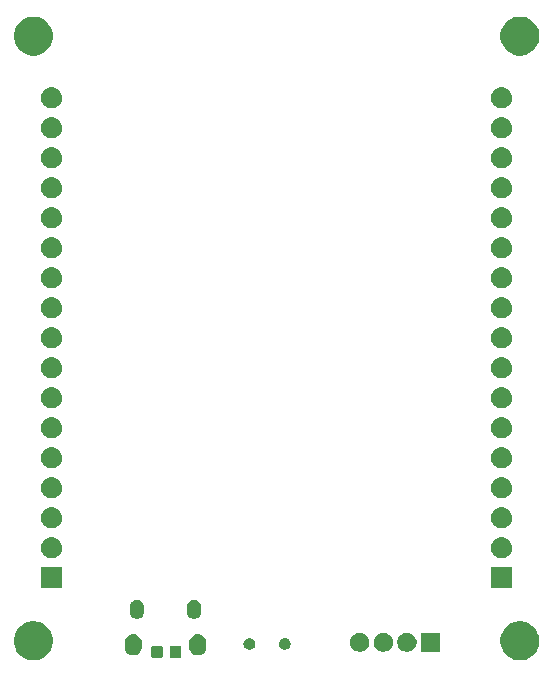
<source format=gbr>
G04 #@! TF.GenerationSoftware,KiCad,Pcbnew,5.0.2-bee76a0~70~ubuntu18.04.1*
G04 #@! TF.CreationDate,2019-02-14T01:12:15+09:00*
G04 #@! TF.ProjectId,LeonardoBB,4c656f6e-6172-4646-9f42-422e6b696361,rev?*
G04 #@! TF.SameCoordinates,Original*
G04 #@! TF.FileFunction,Soldermask,Bot*
G04 #@! TF.FilePolarity,Negative*
%FSLAX46Y46*%
G04 Gerber Fmt 4.6, Leading zero omitted, Abs format (unit mm)*
G04 Created by KiCad (PCBNEW 5.0.2-bee76a0~70~ubuntu18.04.1) date 2019年02月14日 01時12分15秒*
%MOMM*%
%LPD*%
G01*
G04 APERTURE LIST*
%ADD10C,0.100000*%
G04 APERTURE END LIST*
D10*
G36*
X164975256Y-122991298D02*
X165081579Y-123012447D01*
X165382042Y-123136903D01*
X165648852Y-123315180D01*
X165652454Y-123317587D01*
X165882413Y-123547546D01*
X165882415Y-123547549D01*
X166063097Y-123817958D01*
X166176204Y-124091021D01*
X166187553Y-124118422D01*
X166251000Y-124437389D01*
X166251000Y-124762611D01*
X166223006Y-124903344D01*
X166187553Y-125081579D01*
X166063097Y-125382042D01*
X166028065Y-125434471D01*
X165882413Y-125652454D01*
X165652454Y-125882413D01*
X165652451Y-125882415D01*
X165382042Y-126063097D01*
X165081579Y-126187553D01*
X164975256Y-126208702D01*
X164762611Y-126251000D01*
X164437389Y-126251000D01*
X164224744Y-126208702D01*
X164118421Y-126187553D01*
X163817958Y-126063097D01*
X163547549Y-125882415D01*
X163547546Y-125882413D01*
X163317587Y-125652454D01*
X163171935Y-125434471D01*
X163136903Y-125382042D01*
X163012447Y-125081579D01*
X162976994Y-124903344D01*
X162949000Y-124762611D01*
X162949000Y-124437389D01*
X163012447Y-124118422D01*
X163023797Y-124091021D01*
X163136903Y-123817958D01*
X163317585Y-123547549D01*
X163317587Y-123547546D01*
X163547546Y-123317587D01*
X163551148Y-123315180D01*
X163817958Y-123136903D01*
X164118421Y-123012447D01*
X164224744Y-122991298D01*
X164437389Y-122949000D01*
X164762611Y-122949000D01*
X164975256Y-122991298D01*
X164975256Y-122991298D01*
G37*
G36*
X123775256Y-122991298D02*
X123881579Y-123012447D01*
X124182042Y-123136903D01*
X124448852Y-123315180D01*
X124452454Y-123317587D01*
X124682413Y-123547546D01*
X124682415Y-123547549D01*
X124863097Y-123817958D01*
X124976204Y-124091021D01*
X124987553Y-124118422D01*
X125051000Y-124437389D01*
X125051000Y-124762611D01*
X125023006Y-124903344D01*
X124987553Y-125081579D01*
X124863097Y-125382042D01*
X124828065Y-125434471D01*
X124682413Y-125652454D01*
X124452454Y-125882413D01*
X124452451Y-125882415D01*
X124182042Y-126063097D01*
X123881579Y-126187553D01*
X123775256Y-126208702D01*
X123562611Y-126251000D01*
X123237389Y-126251000D01*
X123024744Y-126208702D01*
X122918421Y-126187553D01*
X122617958Y-126063097D01*
X122347549Y-125882415D01*
X122347546Y-125882413D01*
X122117587Y-125652454D01*
X121971935Y-125434471D01*
X121936903Y-125382042D01*
X121812447Y-125081579D01*
X121776994Y-124903344D01*
X121749000Y-124762611D01*
X121749000Y-124437389D01*
X121812447Y-124118422D01*
X121823797Y-124091021D01*
X121936903Y-123817958D01*
X122117585Y-123547549D01*
X122117587Y-123547546D01*
X122347546Y-123317587D01*
X122351148Y-123315180D01*
X122617958Y-123136903D01*
X122918421Y-123012447D01*
X123024744Y-122991298D01*
X123237389Y-122949000D01*
X123562611Y-122949000D01*
X123775256Y-122991298D01*
X123775256Y-122991298D01*
G37*
G36*
X135787591Y-125018085D02*
X135821569Y-125028393D01*
X135852887Y-125045133D01*
X135880339Y-125067661D01*
X135902867Y-125095113D01*
X135919607Y-125126431D01*
X135929915Y-125160409D01*
X135934000Y-125201890D01*
X135934000Y-125878110D01*
X135929915Y-125919591D01*
X135919607Y-125953569D01*
X135902867Y-125984887D01*
X135880339Y-126012339D01*
X135852887Y-126034867D01*
X135821569Y-126051607D01*
X135787591Y-126061915D01*
X135746110Y-126066000D01*
X135144890Y-126066000D01*
X135103409Y-126061915D01*
X135069431Y-126051607D01*
X135038113Y-126034867D01*
X135010661Y-126012339D01*
X134988133Y-125984887D01*
X134971393Y-125953569D01*
X134961085Y-125919591D01*
X134957000Y-125878110D01*
X134957000Y-125201890D01*
X134961085Y-125160409D01*
X134971393Y-125126431D01*
X134988133Y-125095113D01*
X135010661Y-125067661D01*
X135038113Y-125045133D01*
X135069431Y-125028393D01*
X135103409Y-125018085D01*
X135144890Y-125014000D01*
X135746110Y-125014000D01*
X135787591Y-125018085D01*
X135787591Y-125018085D01*
G37*
G36*
X134212591Y-125018085D02*
X134246569Y-125028393D01*
X134277887Y-125045133D01*
X134305339Y-125067661D01*
X134327867Y-125095113D01*
X134344607Y-125126431D01*
X134354915Y-125160409D01*
X134359000Y-125201890D01*
X134359000Y-125878110D01*
X134354915Y-125919591D01*
X134344607Y-125953569D01*
X134327867Y-125984887D01*
X134305339Y-126012339D01*
X134277887Y-126034867D01*
X134246569Y-126051607D01*
X134212591Y-126061915D01*
X134171110Y-126066000D01*
X133569890Y-126066000D01*
X133528409Y-126061915D01*
X133494431Y-126051607D01*
X133463113Y-126034867D01*
X133435661Y-126012339D01*
X133413133Y-125984887D01*
X133396393Y-125953569D01*
X133386085Y-125919591D01*
X133382000Y-125878110D01*
X133382000Y-125201890D01*
X133386085Y-125160409D01*
X133396393Y-125126431D01*
X133413133Y-125095113D01*
X133435661Y-125067661D01*
X133463113Y-125045133D01*
X133494431Y-125028393D01*
X133528409Y-125018085D01*
X133569890Y-125014000D01*
X134171110Y-125014000D01*
X134212591Y-125018085D01*
X134212591Y-125018085D01*
G37*
G36*
X137467320Y-124049505D02*
X137604171Y-124091019D01*
X137604173Y-124091020D01*
X137604176Y-124091021D01*
X137730295Y-124158432D01*
X137840843Y-124249157D01*
X137931568Y-124359704D01*
X137998979Y-124485823D01*
X137998979Y-124485824D01*
X137998981Y-124485828D01*
X138040495Y-124622679D01*
X138051000Y-124729341D01*
X138051000Y-125150658D01*
X138040495Y-125257320D01*
X138016704Y-125335747D01*
X137998980Y-125394176D01*
X137931568Y-125520296D01*
X137840843Y-125630843D01*
X137730296Y-125721568D01*
X137604177Y-125788979D01*
X137604174Y-125788980D01*
X137604172Y-125788981D01*
X137467321Y-125830495D01*
X137325000Y-125844512D01*
X137182680Y-125830495D01*
X137045829Y-125788981D01*
X137045827Y-125788980D01*
X137045824Y-125788979D01*
X136919705Y-125721568D01*
X136809160Y-125630845D01*
X136718430Y-125520292D01*
X136651021Y-125394177D01*
X136651019Y-125394172D01*
X136609505Y-125257321D01*
X136599000Y-125150659D01*
X136599000Y-124729342D01*
X136609505Y-124622680D01*
X136651019Y-124485829D01*
X136651020Y-124485827D01*
X136651021Y-124485824D01*
X136718432Y-124359705D01*
X136809157Y-124249157D01*
X136919704Y-124158432D01*
X137045823Y-124091021D01*
X137045826Y-124091020D01*
X137045828Y-124091019D01*
X137182679Y-124049505D01*
X137325000Y-124035488D01*
X137467320Y-124049505D01*
X137467320Y-124049505D01*
G37*
G36*
X132007320Y-124049505D02*
X132144171Y-124091019D01*
X132144173Y-124091020D01*
X132144176Y-124091021D01*
X132270295Y-124158432D01*
X132380843Y-124249157D01*
X132471568Y-124359704D01*
X132538979Y-124485823D01*
X132538979Y-124485824D01*
X132538981Y-124485828D01*
X132580495Y-124622679D01*
X132591000Y-124729341D01*
X132591000Y-125150658D01*
X132580495Y-125257320D01*
X132556704Y-125335747D01*
X132538980Y-125394176D01*
X132471568Y-125520296D01*
X132380843Y-125630843D01*
X132270296Y-125721568D01*
X132144177Y-125788979D01*
X132144174Y-125788980D01*
X132144172Y-125788981D01*
X132007321Y-125830495D01*
X131865000Y-125844512D01*
X131722680Y-125830495D01*
X131585829Y-125788981D01*
X131585827Y-125788980D01*
X131585824Y-125788979D01*
X131459705Y-125721568D01*
X131349160Y-125630845D01*
X131258430Y-125520292D01*
X131191021Y-125394177D01*
X131191019Y-125394172D01*
X131149505Y-125257321D01*
X131139000Y-125150659D01*
X131139000Y-124729342D01*
X131149505Y-124622680D01*
X131191019Y-124485829D01*
X131191020Y-124485827D01*
X131191021Y-124485824D01*
X131258432Y-124359705D01*
X131349157Y-124249157D01*
X131459704Y-124158432D01*
X131585823Y-124091021D01*
X131585826Y-124091020D01*
X131585828Y-124091019D01*
X131722679Y-124049505D01*
X131865000Y-124035488D01*
X132007320Y-124049505D01*
X132007320Y-124049505D01*
G37*
G36*
X151272142Y-123932242D02*
X151420102Y-123993530D01*
X151553258Y-124082502D01*
X151666498Y-124195742D01*
X151755470Y-124328898D01*
X151816758Y-124476858D01*
X151848000Y-124633925D01*
X151848000Y-124794075D01*
X151816758Y-124951142D01*
X151790721Y-125014000D01*
X151755471Y-125099100D01*
X151666499Y-125232257D01*
X151553257Y-125345499D01*
X151498569Y-125382040D01*
X151420102Y-125434470D01*
X151272142Y-125495758D01*
X151115075Y-125527000D01*
X150954925Y-125527000D01*
X150797858Y-125495758D01*
X150649898Y-125434470D01*
X150571431Y-125382040D01*
X150516743Y-125345499D01*
X150403501Y-125232257D01*
X150314529Y-125099100D01*
X150279279Y-125014000D01*
X150253242Y-124951142D01*
X150222000Y-124794075D01*
X150222000Y-124633925D01*
X150253242Y-124476858D01*
X150314530Y-124328898D01*
X150403502Y-124195742D01*
X150516742Y-124082502D01*
X150649898Y-123993530D01*
X150797858Y-123932242D01*
X150954925Y-123901000D01*
X151115075Y-123901000D01*
X151272142Y-123932242D01*
X151272142Y-123932242D01*
G37*
G36*
X157848000Y-125527000D02*
X156222000Y-125527000D01*
X156222000Y-123901000D01*
X157848000Y-123901000D01*
X157848000Y-125527000D01*
X157848000Y-125527000D01*
G37*
G36*
X155272142Y-123932242D02*
X155420102Y-123993530D01*
X155553258Y-124082502D01*
X155666498Y-124195742D01*
X155755470Y-124328898D01*
X155816758Y-124476858D01*
X155848000Y-124633925D01*
X155848000Y-124794075D01*
X155816758Y-124951142D01*
X155790721Y-125014000D01*
X155755471Y-125099100D01*
X155666499Y-125232257D01*
X155553257Y-125345499D01*
X155498569Y-125382040D01*
X155420102Y-125434470D01*
X155272142Y-125495758D01*
X155115075Y-125527000D01*
X154954925Y-125527000D01*
X154797858Y-125495758D01*
X154649898Y-125434470D01*
X154571431Y-125382040D01*
X154516743Y-125345499D01*
X154403501Y-125232257D01*
X154314529Y-125099100D01*
X154279279Y-125014000D01*
X154253242Y-124951142D01*
X154222000Y-124794075D01*
X154222000Y-124633925D01*
X154253242Y-124476858D01*
X154314530Y-124328898D01*
X154403502Y-124195742D01*
X154516742Y-124082502D01*
X154649898Y-123993530D01*
X154797858Y-123932242D01*
X154954925Y-123901000D01*
X155115075Y-123901000D01*
X155272142Y-123932242D01*
X155272142Y-123932242D01*
G37*
G36*
X153272142Y-123932242D02*
X153420102Y-123993530D01*
X153553258Y-124082502D01*
X153666498Y-124195742D01*
X153755470Y-124328898D01*
X153816758Y-124476858D01*
X153848000Y-124633925D01*
X153848000Y-124794075D01*
X153816758Y-124951142D01*
X153790721Y-125014000D01*
X153755471Y-125099100D01*
X153666499Y-125232257D01*
X153553257Y-125345499D01*
X153498569Y-125382040D01*
X153420102Y-125434470D01*
X153272142Y-125495758D01*
X153115075Y-125527000D01*
X152954925Y-125527000D01*
X152797858Y-125495758D01*
X152649898Y-125434470D01*
X152571431Y-125382040D01*
X152516743Y-125345499D01*
X152403501Y-125232257D01*
X152314529Y-125099100D01*
X152279279Y-125014000D01*
X152253242Y-124951142D01*
X152222000Y-124794075D01*
X152222000Y-124633925D01*
X152253242Y-124476858D01*
X152314530Y-124328898D01*
X152403502Y-124195742D01*
X152516742Y-124082502D01*
X152649898Y-123993530D01*
X152797858Y-123932242D01*
X152954925Y-123901000D01*
X153115075Y-123901000D01*
X153272142Y-123932242D01*
X153272142Y-123932242D01*
G37*
G36*
X141838136Y-124372253D02*
X141929312Y-124410019D01*
X142011372Y-124464850D01*
X142081150Y-124534628D01*
X142135981Y-124616688D01*
X142173747Y-124707864D01*
X142193000Y-124804656D01*
X142193000Y-124903344D01*
X142173747Y-125000136D01*
X142135981Y-125091312D01*
X142081150Y-125173372D01*
X142011372Y-125243150D01*
X141929312Y-125297981D01*
X141838136Y-125335747D01*
X141741344Y-125355000D01*
X141642656Y-125355000D01*
X141545864Y-125335747D01*
X141454688Y-125297981D01*
X141372628Y-125243150D01*
X141302850Y-125173372D01*
X141248019Y-125091312D01*
X141210253Y-125000136D01*
X141191000Y-124903344D01*
X141191000Y-124804656D01*
X141210253Y-124707864D01*
X141248019Y-124616688D01*
X141302850Y-124534628D01*
X141372628Y-124464850D01*
X141454688Y-124410019D01*
X141545864Y-124372253D01*
X141642656Y-124353000D01*
X141741344Y-124353000D01*
X141838136Y-124372253D01*
X141838136Y-124372253D01*
G37*
G36*
X144838136Y-124372253D02*
X144929312Y-124410019D01*
X145011372Y-124464850D01*
X145081150Y-124534628D01*
X145135981Y-124616688D01*
X145173747Y-124707864D01*
X145193000Y-124804656D01*
X145193000Y-124903344D01*
X145173747Y-125000136D01*
X145135981Y-125091312D01*
X145081150Y-125173372D01*
X145011372Y-125243150D01*
X144929312Y-125297981D01*
X144838136Y-125335747D01*
X144741344Y-125355000D01*
X144642656Y-125355000D01*
X144545864Y-125335747D01*
X144454688Y-125297981D01*
X144372628Y-125243150D01*
X144302850Y-125173372D01*
X144248019Y-125091312D01*
X144210253Y-125000136D01*
X144191000Y-124903344D01*
X144191000Y-124804656D01*
X144210253Y-124707864D01*
X144248019Y-124616688D01*
X144302850Y-124534628D01*
X144372628Y-124464850D01*
X144454688Y-124410019D01*
X144545864Y-124372253D01*
X144642656Y-124353000D01*
X144741344Y-124353000D01*
X144838136Y-124372253D01*
X144838136Y-124372253D01*
G37*
G36*
X132292817Y-121147696D02*
X132406104Y-121182062D01*
X132510512Y-121237869D01*
X132560776Y-121279120D01*
X132602027Y-121312973D01*
X132665711Y-121390572D01*
X132677131Y-121404488D01*
X132732938Y-121508895D01*
X132767304Y-121622182D01*
X132776000Y-121710481D01*
X132776000Y-122169518D01*
X132767304Y-122257818D01*
X132732938Y-122371105D01*
X132677131Y-122475513D01*
X132602027Y-122567027D01*
X132510513Y-122642131D01*
X132406105Y-122697938D01*
X132292818Y-122732304D01*
X132175000Y-122743907D01*
X132057183Y-122732304D01*
X131943896Y-122697938D01*
X131839488Y-122642131D01*
X131747974Y-122567027D01*
X131672869Y-122475512D01*
X131617062Y-122371105D01*
X131582696Y-122257818D01*
X131574000Y-122169519D01*
X131574000Y-121710482D01*
X131582696Y-121622183D01*
X131617062Y-121508896D01*
X131672869Y-121404488D01*
X131714120Y-121354224D01*
X131747973Y-121312973D01*
X131839487Y-121237870D01*
X131839486Y-121237870D01*
X131839488Y-121237869D01*
X131943895Y-121182062D01*
X132057182Y-121147696D01*
X132175000Y-121136093D01*
X132292817Y-121147696D01*
X132292817Y-121147696D01*
G37*
G36*
X137132817Y-121147696D02*
X137246104Y-121182062D01*
X137350512Y-121237869D01*
X137400776Y-121279120D01*
X137442027Y-121312973D01*
X137505711Y-121390572D01*
X137517131Y-121404488D01*
X137572938Y-121508895D01*
X137607304Y-121622182D01*
X137616000Y-121710481D01*
X137616000Y-122169518D01*
X137607304Y-122257818D01*
X137572938Y-122371105D01*
X137517131Y-122475513D01*
X137442027Y-122567027D01*
X137350513Y-122642131D01*
X137246105Y-122697938D01*
X137132818Y-122732304D01*
X137015000Y-122743907D01*
X136897183Y-122732304D01*
X136783896Y-122697938D01*
X136679488Y-122642131D01*
X136587974Y-122567027D01*
X136512869Y-122475512D01*
X136457062Y-122371105D01*
X136422696Y-122257818D01*
X136414000Y-122169519D01*
X136414000Y-121710482D01*
X136422696Y-121622183D01*
X136457062Y-121508896D01*
X136512869Y-121404488D01*
X136554120Y-121354224D01*
X136587973Y-121312973D01*
X136679487Y-121237870D01*
X136679486Y-121237870D01*
X136679488Y-121237869D01*
X136783895Y-121182062D01*
X136897182Y-121147696D01*
X137015000Y-121136093D01*
X137132817Y-121147696D01*
X137132817Y-121147696D01*
G37*
G36*
X125851000Y-120151000D02*
X124049000Y-120151000D01*
X124049000Y-118349000D01*
X125851000Y-118349000D01*
X125851000Y-120151000D01*
X125851000Y-120151000D01*
G37*
G36*
X163951000Y-120151000D02*
X162149000Y-120151000D01*
X162149000Y-118349000D01*
X163951000Y-118349000D01*
X163951000Y-120151000D01*
X163951000Y-120151000D01*
G37*
G36*
X163160442Y-115815518D02*
X163226627Y-115822037D01*
X163339853Y-115856384D01*
X163396467Y-115873557D01*
X163535087Y-115947652D01*
X163552991Y-115957222D01*
X163588729Y-115986552D01*
X163690186Y-116069814D01*
X163773448Y-116171271D01*
X163802778Y-116207009D01*
X163802779Y-116207011D01*
X163886443Y-116363533D01*
X163886443Y-116363534D01*
X163937963Y-116533373D01*
X163955359Y-116710000D01*
X163937963Y-116886627D01*
X163903616Y-116999853D01*
X163886443Y-117056467D01*
X163812348Y-117195087D01*
X163802778Y-117212991D01*
X163773448Y-117248729D01*
X163690186Y-117350186D01*
X163588729Y-117433448D01*
X163552991Y-117462778D01*
X163552989Y-117462779D01*
X163396467Y-117546443D01*
X163339853Y-117563616D01*
X163226627Y-117597963D01*
X163160442Y-117604482D01*
X163094260Y-117611000D01*
X163005740Y-117611000D01*
X162939558Y-117604482D01*
X162873373Y-117597963D01*
X162760147Y-117563616D01*
X162703533Y-117546443D01*
X162547011Y-117462779D01*
X162547009Y-117462778D01*
X162511271Y-117433448D01*
X162409814Y-117350186D01*
X162326552Y-117248729D01*
X162297222Y-117212991D01*
X162287652Y-117195087D01*
X162213557Y-117056467D01*
X162196384Y-116999853D01*
X162162037Y-116886627D01*
X162144641Y-116710000D01*
X162162037Y-116533373D01*
X162213557Y-116363534D01*
X162213557Y-116363533D01*
X162297221Y-116207011D01*
X162297222Y-116207009D01*
X162326552Y-116171271D01*
X162409814Y-116069814D01*
X162511271Y-115986552D01*
X162547009Y-115957222D01*
X162564913Y-115947652D01*
X162703533Y-115873557D01*
X162760147Y-115856384D01*
X162873373Y-115822037D01*
X162939558Y-115815518D01*
X163005740Y-115809000D01*
X163094260Y-115809000D01*
X163160442Y-115815518D01*
X163160442Y-115815518D01*
G37*
G36*
X125060442Y-115815518D02*
X125126627Y-115822037D01*
X125239853Y-115856384D01*
X125296467Y-115873557D01*
X125435087Y-115947652D01*
X125452991Y-115957222D01*
X125488729Y-115986552D01*
X125590186Y-116069814D01*
X125673448Y-116171271D01*
X125702778Y-116207009D01*
X125702779Y-116207011D01*
X125786443Y-116363533D01*
X125786443Y-116363534D01*
X125837963Y-116533373D01*
X125855359Y-116710000D01*
X125837963Y-116886627D01*
X125803616Y-116999853D01*
X125786443Y-117056467D01*
X125712348Y-117195087D01*
X125702778Y-117212991D01*
X125673448Y-117248729D01*
X125590186Y-117350186D01*
X125488729Y-117433448D01*
X125452991Y-117462778D01*
X125452989Y-117462779D01*
X125296467Y-117546443D01*
X125239853Y-117563616D01*
X125126627Y-117597963D01*
X125060442Y-117604482D01*
X124994260Y-117611000D01*
X124905740Y-117611000D01*
X124839558Y-117604482D01*
X124773373Y-117597963D01*
X124660147Y-117563616D01*
X124603533Y-117546443D01*
X124447011Y-117462779D01*
X124447009Y-117462778D01*
X124411271Y-117433448D01*
X124309814Y-117350186D01*
X124226552Y-117248729D01*
X124197222Y-117212991D01*
X124187652Y-117195087D01*
X124113557Y-117056467D01*
X124096384Y-116999853D01*
X124062037Y-116886627D01*
X124044641Y-116710000D01*
X124062037Y-116533373D01*
X124113557Y-116363534D01*
X124113557Y-116363533D01*
X124197221Y-116207011D01*
X124197222Y-116207009D01*
X124226552Y-116171271D01*
X124309814Y-116069814D01*
X124411271Y-115986552D01*
X124447009Y-115957222D01*
X124464913Y-115947652D01*
X124603533Y-115873557D01*
X124660147Y-115856384D01*
X124773373Y-115822037D01*
X124839558Y-115815518D01*
X124905740Y-115809000D01*
X124994260Y-115809000D01*
X125060442Y-115815518D01*
X125060442Y-115815518D01*
G37*
G36*
X163160443Y-113275519D02*
X163226627Y-113282037D01*
X163339853Y-113316384D01*
X163396467Y-113333557D01*
X163535087Y-113407652D01*
X163552991Y-113417222D01*
X163588729Y-113446552D01*
X163690186Y-113529814D01*
X163773448Y-113631271D01*
X163802778Y-113667009D01*
X163802779Y-113667011D01*
X163886443Y-113823533D01*
X163886443Y-113823534D01*
X163937963Y-113993373D01*
X163955359Y-114170000D01*
X163937963Y-114346627D01*
X163903616Y-114459853D01*
X163886443Y-114516467D01*
X163812348Y-114655087D01*
X163802778Y-114672991D01*
X163773448Y-114708729D01*
X163690186Y-114810186D01*
X163588729Y-114893448D01*
X163552991Y-114922778D01*
X163552989Y-114922779D01*
X163396467Y-115006443D01*
X163339853Y-115023616D01*
X163226627Y-115057963D01*
X163160443Y-115064481D01*
X163094260Y-115071000D01*
X163005740Y-115071000D01*
X162939557Y-115064481D01*
X162873373Y-115057963D01*
X162760147Y-115023616D01*
X162703533Y-115006443D01*
X162547011Y-114922779D01*
X162547009Y-114922778D01*
X162511271Y-114893448D01*
X162409814Y-114810186D01*
X162326552Y-114708729D01*
X162297222Y-114672991D01*
X162287652Y-114655087D01*
X162213557Y-114516467D01*
X162196384Y-114459853D01*
X162162037Y-114346627D01*
X162144641Y-114170000D01*
X162162037Y-113993373D01*
X162213557Y-113823534D01*
X162213557Y-113823533D01*
X162297221Y-113667011D01*
X162297222Y-113667009D01*
X162326552Y-113631271D01*
X162409814Y-113529814D01*
X162511271Y-113446552D01*
X162547009Y-113417222D01*
X162564913Y-113407652D01*
X162703533Y-113333557D01*
X162760147Y-113316384D01*
X162873373Y-113282037D01*
X162939557Y-113275519D01*
X163005740Y-113269000D01*
X163094260Y-113269000D01*
X163160443Y-113275519D01*
X163160443Y-113275519D01*
G37*
G36*
X125060443Y-113275519D02*
X125126627Y-113282037D01*
X125239853Y-113316384D01*
X125296467Y-113333557D01*
X125435087Y-113407652D01*
X125452991Y-113417222D01*
X125488729Y-113446552D01*
X125590186Y-113529814D01*
X125673448Y-113631271D01*
X125702778Y-113667009D01*
X125702779Y-113667011D01*
X125786443Y-113823533D01*
X125786443Y-113823534D01*
X125837963Y-113993373D01*
X125855359Y-114170000D01*
X125837963Y-114346627D01*
X125803616Y-114459853D01*
X125786443Y-114516467D01*
X125712348Y-114655087D01*
X125702778Y-114672991D01*
X125673448Y-114708729D01*
X125590186Y-114810186D01*
X125488729Y-114893448D01*
X125452991Y-114922778D01*
X125452989Y-114922779D01*
X125296467Y-115006443D01*
X125239853Y-115023616D01*
X125126627Y-115057963D01*
X125060443Y-115064481D01*
X124994260Y-115071000D01*
X124905740Y-115071000D01*
X124839557Y-115064481D01*
X124773373Y-115057963D01*
X124660147Y-115023616D01*
X124603533Y-115006443D01*
X124447011Y-114922779D01*
X124447009Y-114922778D01*
X124411271Y-114893448D01*
X124309814Y-114810186D01*
X124226552Y-114708729D01*
X124197222Y-114672991D01*
X124187652Y-114655087D01*
X124113557Y-114516467D01*
X124096384Y-114459853D01*
X124062037Y-114346627D01*
X124044641Y-114170000D01*
X124062037Y-113993373D01*
X124113557Y-113823534D01*
X124113557Y-113823533D01*
X124197221Y-113667011D01*
X124197222Y-113667009D01*
X124226552Y-113631271D01*
X124309814Y-113529814D01*
X124411271Y-113446552D01*
X124447009Y-113417222D01*
X124464913Y-113407652D01*
X124603533Y-113333557D01*
X124660147Y-113316384D01*
X124773373Y-113282037D01*
X124839557Y-113275519D01*
X124905740Y-113269000D01*
X124994260Y-113269000D01*
X125060443Y-113275519D01*
X125060443Y-113275519D01*
G37*
G36*
X163160443Y-110735519D02*
X163226627Y-110742037D01*
X163339853Y-110776384D01*
X163396467Y-110793557D01*
X163535087Y-110867652D01*
X163552991Y-110877222D01*
X163588729Y-110906552D01*
X163690186Y-110989814D01*
X163773448Y-111091271D01*
X163802778Y-111127009D01*
X163802779Y-111127011D01*
X163886443Y-111283533D01*
X163886443Y-111283534D01*
X163937963Y-111453373D01*
X163955359Y-111630000D01*
X163937963Y-111806627D01*
X163903616Y-111919853D01*
X163886443Y-111976467D01*
X163812348Y-112115087D01*
X163802778Y-112132991D01*
X163773448Y-112168729D01*
X163690186Y-112270186D01*
X163588729Y-112353448D01*
X163552991Y-112382778D01*
X163552989Y-112382779D01*
X163396467Y-112466443D01*
X163339853Y-112483616D01*
X163226627Y-112517963D01*
X163160443Y-112524481D01*
X163094260Y-112531000D01*
X163005740Y-112531000D01*
X162939557Y-112524481D01*
X162873373Y-112517963D01*
X162760147Y-112483616D01*
X162703533Y-112466443D01*
X162547011Y-112382779D01*
X162547009Y-112382778D01*
X162511271Y-112353448D01*
X162409814Y-112270186D01*
X162326552Y-112168729D01*
X162297222Y-112132991D01*
X162287652Y-112115087D01*
X162213557Y-111976467D01*
X162196384Y-111919853D01*
X162162037Y-111806627D01*
X162144641Y-111630000D01*
X162162037Y-111453373D01*
X162213557Y-111283534D01*
X162213557Y-111283533D01*
X162297221Y-111127011D01*
X162297222Y-111127009D01*
X162326552Y-111091271D01*
X162409814Y-110989814D01*
X162511271Y-110906552D01*
X162547009Y-110877222D01*
X162564913Y-110867652D01*
X162703533Y-110793557D01*
X162760147Y-110776384D01*
X162873373Y-110742037D01*
X162939557Y-110735519D01*
X163005740Y-110729000D01*
X163094260Y-110729000D01*
X163160443Y-110735519D01*
X163160443Y-110735519D01*
G37*
G36*
X125060443Y-110735519D02*
X125126627Y-110742037D01*
X125239853Y-110776384D01*
X125296467Y-110793557D01*
X125435087Y-110867652D01*
X125452991Y-110877222D01*
X125488729Y-110906552D01*
X125590186Y-110989814D01*
X125673448Y-111091271D01*
X125702778Y-111127009D01*
X125702779Y-111127011D01*
X125786443Y-111283533D01*
X125786443Y-111283534D01*
X125837963Y-111453373D01*
X125855359Y-111630000D01*
X125837963Y-111806627D01*
X125803616Y-111919853D01*
X125786443Y-111976467D01*
X125712348Y-112115087D01*
X125702778Y-112132991D01*
X125673448Y-112168729D01*
X125590186Y-112270186D01*
X125488729Y-112353448D01*
X125452991Y-112382778D01*
X125452989Y-112382779D01*
X125296467Y-112466443D01*
X125239853Y-112483616D01*
X125126627Y-112517963D01*
X125060443Y-112524481D01*
X124994260Y-112531000D01*
X124905740Y-112531000D01*
X124839557Y-112524481D01*
X124773373Y-112517963D01*
X124660147Y-112483616D01*
X124603533Y-112466443D01*
X124447011Y-112382779D01*
X124447009Y-112382778D01*
X124411271Y-112353448D01*
X124309814Y-112270186D01*
X124226552Y-112168729D01*
X124197222Y-112132991D01*
X124187652Y-112115087D01*
X124113557Y-111976467D01*
X124096384Y-111919853D01*
X124062037Y-111806627D01*
X124044641Y-111630000D01*
X124062037Y-111453373D01*
X124113557Y-111283534D01*
X124113557Y-111283533D01*
X124197221Y-111127011D01*
X124197222Y-111127009D01*
X124226552Y-111091271D01*
X124309814Y-110989814D01*
X124411271Y-110906552D01*
X124447009Y-110877222D01*
X124464913Y-110867652D01*
X124603533Y-110793557D01*
X124660147Y-110776384D01*
X124773373Y-110742037D01*
X124839557Y-110735519D01*
X124905740Y-110729000D01*
X124994260Y-110729000D01*
X125060443Y-110735519D01*
X125060443Y-110735519D01*
G37*
G36*
X125060443Y-108195519D02*
X125126627Y-108202037D01*
X125239853Y-108236384D01*
X125296467Y-108253557D01*
X125435087Y-108327652D01*
X125452991Y-108337222D01*
X125488729Y-108366552D01*
X125590186Y-108449814D01*
X125673448Y-108551271D01*
X125702778Y-108587009D01*
X125702779Y-108587011D01*
X125786443Y-108743533D01*
X125786443Y-108743534D01*
X125837963Y-108913373D01*
X125855359Y-109090000D01*
X125837963Y-109266627D01*
X125803616Y-109379853D01*
X125786443Y-109436467D01*
X125712348Y-109575087D01*
X125702778Y-109592991D01*
X125673448Y-109628729D01*
X125590186Y-109730186D01*
X125488729Y-109813448D01*
X125452991Y-109842778D01*
X125452989Y-109842779D01*
X125296467Y-109926443D01*
X125239853Y-109943616D01*
X125126627Y-109977963D01*
X125060443Y-109984481D01*
X124994260Y-109991000D01*
X124905740Y-109991000D01*
X124839557Y-109984481D01*
X124773373Y-109977963D01*
X124660147Y-109943616D01*
X124603533Y-109926443D01*
X124447011Y-109842779D01*
X124447009Y-109842778D01*
X124411271Y-109813448D01*
X124309814Y-109730186D01*
X124226552Y-109628729D01*
X124197222Y-109592991D01*
X124187652Y-109575087D01*
X124113557Y-109436467D01*
X124096384Y-109379853D01*
X124062037Y-109266627D01*
X124044641Y-109090000D01*
X124062037Y-108913373D01*
X124113557Y-108743534D01*
X124113557Y-108743533D01*
X124197221Y-108587011D01*
X124197222Y-108587009D01*
X124226552Y-108551271D01*
X124309814Y-108449814D01*
X124411271Y-108366552D01*
X124447009Y-108337222D01*
X124464913Y-108327652D01*
X124603533Y-108253557D01*
X124660147Y-108236384D01*
X124773373Y-108202037D01*
X124839557Y-108195519D01*
X124905740Y-108189000D01*
X124994260Y-108189000D01*
X125060443Y-108195519D01*
X125060443Y-108195519D01*
G37*
G36*
X163160443Y-108195519D02*
X163226627Y-108202037D01*
X163339853Y-108236384D01*
X163396467Y-108253557D01*
X163535087Y-108327652D01*
X163552991Y-108337222D01*
X163588729Y-108366552D01*
X163690186Y-108449814D01*
X163773448Y-108551271D01*
X163802778Y-108587009D01*
X163802779Y-108587011D01*
X163886443Y-108743533D01*
X163886443Y-108743534D01*
X163937963Y-108913373D01*
X163955359Y-109090000D01*
X163937963Y-109266627D01*
X163903616Y-109379853D01*
X163886443Y-109436467D01*
X163812348Y-109575087D01*
X163802778Y-109592991D01*
X163773448Y-109628729D01*
X163690186Y-109730186D01*
X163588729Y-109813448D01*
X163552991Y-109842778D01*
X163552989Y-109842779D01*
X163396467Y-109926443D01*
X163339853Y-109943616D01*
X163226627Y-109977963D01*
X163160443Y-109984481D01*
X163094260Y-109991000D01*
X163005740Y-109991000D01*
X162939557Y-109984481D01*
X162873373Y-109977963D01*
X162760147Y-109943616D01*
X162703533Y-109926443D01*
X162547011Y-109842779D01*
X162547009Y-109842778D01*
X162511271Y-109813448D01*
X162409814Y-109730186D01*
X162326552Y-109628729D01*
X162297222Y-109592991D01*
X162287652Y-109575087D01*
X162213557Y-109436467D01*
X162196384Y-109379853D01*
X162162037Y-109266627D01*
X162144641Y-109090000D01*
X162162037Y-108913373D01*
X162213557Y-108743534D01*
X162213557Y-108743533D01*
X162297221Y-108587011D01*
X162297222Y-108587009D01*
X162326552Y-108551271D01*
X162409814Y-108449814D01*
X162511271Y-108366552D01*
X162547009Y-108337222D01*
X162564913Y-108327652D01*
X162703533Y-108253557D01*
X162760147Y-108236384D01*
X162873373Y-108202037D01*
X162939557Y-108195519D01*
X163005740Y-108189000D01*
X163094260Y-108189000D01*
X163160443Y-108195519D01*
X163160443Y-108195519D01*
G37*
G36*
X125060443Y-105655519D02*
X125126627Y-105662037D01*
X125239853Y-105696384D01*
X125296467Y-105713557D01*
X125435087Y-105787652D01*
X125452991Y-105797222D01*
X125488729Y-105826552D01*
X125590186Y-105909814D01*
X125673448Y-106011271D01*
X125702778Y-106047009D01*
X125702779Y-106047011D01*
X125786443Y-106203533D01*
X125786443Y-106203534D01*
X125837963Y-106373373D01*
X125855359Y-106550000D01*
X125837963Y-106726627D01*
X125803616Y-106839853D01*
X125786443Y-106896467D01*
X125712348Y-107035087D01*
X125702778Y-107052991D01*
X125673448Y-107088729D01*
X125590186Y-107190186D01*
X125488729Y-107273448D01*
X125452991Y-107302778D01*
X125452989Y-107302779D01*
X125296467Y-107386443D01*
X125239853Y-107403616D01*
X125126627Y-107437963D01*
X125060443Y-107444481D01*
X124994260Y-107451000D01*
X124905740Y-107451000D01*
X124839557Y-107444481D01*
X124773373Y-107437963D01*
X124660147Y-107403616D01*
X124603533Y-107386443D01*
X124447011Y-107302779D01*
X124447009Y-107302778D01*
X124411271Y-107273448D01*
X124309814Y-107190186D01*
X124226552Y-107088729D01*
X124197222Y-107052991D01*
X124187652Y-107035087D01*
X124113557Y-106896467D01*
X124096384Y-106839853D01*
X124062037Y-106726627D01*
X124044641Y-106550000D01*
X124062037Y-106373373D01*
X124113557Y-106203534D01*
X124113557Y-106203533D01*
X124197221Y-106047011D01*
X124197222Y-106047009D01*
X124226552Y-106011271D01*
X124309814Y-105909814D01*
X124411271Y-105826552D01*
X124447009Y-105797222D01*
X124464913Y-105787652D01*
X124603533Y-105713557D01*
X124660147Y-105696384D01*
X124773373Y-105662037D01*
X124839557Y-105655519D01*
X124905740Y-105649000D01*
X124994260Y-105649000D01*
X125060443Y-105655519D01*
X125060443Y-105655519D01*
G37*
G36*
X163160443Y-105655519D02*
X163226627Y-105662037D01*
X163339853Y-105696384D01*
X163396467Y-105713557D01*
X163535087Y-105787652D01*
X163552991Y-105797222D01*
X163588729Y-105826552D01*
X163690186Y-105909814D01*
X163773448Y-106011271D01*
X163802778Y-106047009D01*
X163802779Y-106047011D01*
X163886443Y-106203533D01*
X163886443Y-106203534D01*
X163937963Y-106373373D01*
X163955359Y-106550000D01*
X163937963Y-106726627D01*
X163903616Y-106839853D01*
X163886443Y-106896467D01*
X163812348Y-107035087D01*
X163802778Y-107052991D01*
X163773448Y-107088729D01*
X163690186Y-107190186D01*
X163588729Y-107273448D01*
X163552991Y-107302778D01*
X163552989Y-107302779D01*
X163396467Y-107386443D01*
X163339853Y-107403616D01*
X163226627Y-107437963D01*
X163160443Y-107444481D01*
X163094260Y-107451000D01*
X163005740Y-107451000D01*
X162939557Y-107444481D01*
X162873373Y-107437963D01*
X162760147Y-107403616D01*
X162703533Y-107386443D01*
X162547011Y-107302779D01*
X162547009Y-107302778D01*
X162511271Y-107273448D01*
X162409814Y-107190186D01*
X162326552Y-107088729D01*
X162297222Y-107052991D01*
X162287652Y-107035087D01*
X162213557Y-106896467D01*
X162196384Y-106839853D01*
X162162037Y-106726627D01*
X162144641Y-106550000D01*
X162162037Y-106373373D01*
X162213557Y-106203534D01*
X162213557Y-106203533D01*
X162297221Y-106047011D01*
X162297222Y-106047009D01*
X162326552Y-106011271D01*
X162409814Y-105909814D01*
X162511271Y-105826552D01*
X162547009Y-105797222D01*
X162564913Y-105787652D01*
X162703533Y-105713557D01*
X162760147Y-105696384D01*
X162873373Y-105662037D01*
X162939557Y-105655519D01*
X163005740Y-105649000D01*
X163094260Y-105649000D01*
X163160443Y-105655519D01*
X163160443Y-105655519D01*
G37*
G36*
X163160443Y-103115519D02*
X163226627Y-103122037D01*
X163339853Y-103156384D01*
X163396467Y-103173557D01*
X163535087Y-103247652D01*
X163552991Y-103257222D01*
X163588729Y-103286552D01*
X163690186Y-103369814D01*
X163773448Y-103471271D01*
X163802778Y-103507009D01*
X163802779Y-103507011D01*
X163886443Y-103663533D01*
X163886443Y-103663534D01*
X163937963Y-103833373D01*
X163955359Y-104010000D01*
X163937963Y-104186627D01*
X163903616Y-104299853D01*
X163886443Y-104356467D01*
X163812348Y-104495087D01*
X163802778Y-104512991D01*
X163773448Y-104548729D01*
X163690186Y-104650186D01*
X163588729Y-104733448D01*
X163552991Y-104762778D01*
X163552989Y-104762779D01*
X163396467Y-104846443D01*
X163339853Y-104863616D01*
X163226627Y-104897963D01*
X163160442Y-104904482D01*
X163094260Y-104911000D01*
X163005740Y-104911000D01*
X162939558Y-104904482D01*
X162873373Y-104897963D01*
X162760147Y-104863616D01*
X162703533Y-104846443D01*
X162547011Y-104762779D01*
X162547009Y-104762778D01*
X162511271Y-104733448D01*
X162409814Y-104650186D01*
X162326552Y-104548729D01*
X162297222Y-104512991D01*
X162287652Y-104495087D01*
X162213557Y-104356467D01*
X162196384Y-104299853D01*
X162162037Y-104186627D01*
X162144641Y-104010000D01*
X162162037Y-103833373D01*
X162213557Y-103663534D01*
X162213557Y-103663533D01*
X162297221Y-103507011D01*
X162297222Y-103507009D01*
X162326552Y-103471271D01*
X162409814Y-103369814D01*
X162511271Y-103286552D01*
X162547009Y-103257222D01*
X162564913Y-103247652D01*
X162703533Y-103173557D01*
X162760147Y-103156384D01*
X162873373Y-103122037D01*
X162939557Y-103115519D01*
X163005740Y-103109000D01*
X163094260Y-103109000D01*
X163160443Y-103115519D01*
X163160443Y-103115519D01*
G37*
G36*
X125060443Y-103115519D02*
X125126627Y-103122037D01*
X125239853Y-103156384D01*
X125296467Y-103173557D01*
X125435087Y-103247652D01*
X125452991Y-103257222D01*
X125488729Y-103286552D01*
X125590186Y-103369814D01*
X125673448Y-103471271D01*
X125702778Y-103507009D01*
X125702779Y-103507011D01*
X125786443Y-103663533D01*
X125786443Y-103663534D01*
X125837963Y-103833373D01*
X125855359Y-104010000D01*
X125837963Y-104186627D01*
X125803616Y-104299853D01*
X125786443Y-104356467D01*
X125712348Y-104495087D01*
X125702778Y-104512991D01*
X125673448Y-104548729D01*
X125590186Y-104650186D01*
X125488729Y-104733448D01*
X125452991Y-104762778D01*
X125452989Y-104762779D01*
X125296467Y-104846443D01*
X125239853Y-104863616D01*
X125126627Y-104897963D01*
X125060442Y-104904482D01*
X124994260Y-104911000D01*
X124905740Y-104911000D01*
X124839558Y-104904482D01*
X124773373Y-104897963D01*
X124660147Y-104863616D01*
X124603533Y-104846443D01*
X124447011Y-104762779D01*
X124447009Y-104762778D01*
X124411271Y-104733448D01*
X124309814Y-104650186D01*
X124226552Y-104548729D01*
X124197222Y-104512991D01*
X124187652Y-104495087D01*
X124113557Y-104356467D01*
X124096384Y-104299853D01*
X124062037Y-104186627D01*
X124044641Y-104010000D01*
X124062037Y-103833373D01*
X124113557Y-103663534D01*
X124113557Y-103663533D01*
X124197221Y-103507011D01*
X124197222Y-103507009D01*
X124226552Y-103471271D01*
X124309814Y-103369814D01*
X124411271Y-103286552D01*
X124447009Y-103257222D01*
X124464913Y-103247652D01*
X124603533Y-103173557D01*
X124660147Y-103156384D01*
X124773373Y-103122037D01*
X124839557Y-103115519D01*
X124905740Y-103109000D01*
X124994260Y-103109000D01*
X125060443Y-103115519D01*
X125060443Y-103115519D01*
G37*
G36*
X125060442Y-100575518D02*
X125126627Y-100582037D01*
X125239853Y-100616384D01*
X125296467Y-100633557D01*
X125435087Y-100707652D01*
X125452991Y-100717222D01*
X125488729Y-100746552D01*
X125590186Y-100829814D01*
X125673448Y-100931271D01*
X125702778Y-100967009D01*
X125702779Y-100967011D01*
X125786443Y-101123533D01*
X125786443Y-101123534D01*
X125837963Y-101293373D01*
X125855359Y-101470000D01*
X125837963Y-101646627D01*
X125803616Y-101759853D01*
X125786443Y-101816467D01*
X125712348Y-101955087D01*
X125702778Y-101972991D01*
X125673448Y-102008729D01*
X125590186Y-102110186D01*
X125488729Y-102193448D01*
X125452991Y-102222778D01*
X125452989Y-102222779D01*
X125296467Y-102306443D01*
X125239853Y-102323616D01*
X125126627Y-102357963D01*
X125060443Y-102364481D01*
X124994260Y-102371000D01*
X124905740Y-102371000D01*
X124839557Y-102364481D01*
X124773373Y-102357963D01*
X124660147Y-102323616D01*
X124603533Y-102306443D01*
X124447011Y-102222779D01*
X124447009Y-102222778D01*
X124411271Y-102193448D01*
X124309814Y-102110186D01*
X124226552Y-102008729D01*
X124197222Y-101972991D01*
X124187652Y-101955087D01*
X124113557Y-101816467D01*
X124096384Y-101759853D01*
X124062037Y-101646627D01*
X124044641Y-101470000D01*
X124062037Y-101293373D01*
X124113557Y-101123534D01*
X124113557Y-101123533D01*
X124197221Y-100967011D01*
X124197222Y-100967009D01*
X124226552Y-100931271D01*
X124309814Y-100829814D01*
X124411271Y-100746552D01*
X124447009Y-100717222D01*
X124464913Y-100707652D01*
X124603533Y-100633557D01*
X124660147Y-100616384D01*
X124773373Y-100582037D01*
X124839558Y-100575518D01*
X124905740Y-100569000D01*
X124994260Y-100569000D01*
X125060442Y-100575518D01*
X125060442Y-100575518D01*
G37*
G36*
X163160442Y-100575518D02*
X163226627Y-100582037D01*
X163339853Y-100616384D01*
X163396467Y-100633557D01*
X163535087Y-100707652D01*
X163552991Y-100717222D01*
X163588729Y-100746552D01*
X163690186Y-100829814D01*
X163773448Y-100931271D01*
X163802778Y-100967009D01*
X163802779Y-100967011D01*
X163886443Y-101123533D01*
X163886443Y-101123534D01*
X163937963Y-101293373D01*
X163955359Y-101470000D01*
X163937963Y-101646627D01*
X163903616Y-101759853D01*
X163886443Y-101816467D01*
X163812348Y-101955087D01*
X163802778Y-101972991D01*
X163773448Y-102008729D01*
X163690186Y-102110186D01*
X163588729Y-102193448D01*
X163552991Y-102222778D01*
X163552989Y-102222779D01*
X163396467Y-102306443D01*
X163339853Y-102323616D01*
X163226627Y-102357963D01*
X163160443Y-102364481D01*
X163094260Y-102371000D01*
X163005740Y-102371000D01*
X162939557Y-102364481D01*
X162873373Y-102357963D01*
X162760147Y-102323616D01*
X162703533Y-102306443D01*
X162547011Y-102222779D01*
X162547009Y-102222778D01*
X162511271Y-102193448D01*
X162409814Y-102110186D01*
X162326552Y-102008729D01*
X162297222Y-101972991D01*
X162287652Y-101955087D01*
X162213557Y-101816467D01*
X162196384Y-101759853D01*
X162162037Y-101646627D01*
X162144641Y-101470000D01*
X162162037Y-101293373D01*
X162213557Y-101123534D01*
X162213557Y-101123533D01*
X162297221Y-100967011D01*
X162297222Y-100967009D01*
X162326552Y-100931271D01*
X162409814Y-100829814D01*
X162511271Y-100746552D01*
X162547009Y-100717222D01*
X162564913Y-100707652D01*
X162703533Y-100633557D01*
X162760147Y-100616384D01*
X162873373Y-100582037D01*
X162939558Y-100575518D01*
X163005740Y-100569000D01*
X163094260Y-100569000D01*
X163160442Y-100575518D01*
X163160442Y-100575518D01*
G37*
G36*
X125060442Y-98035518D02*
X125126627Y-98042037D01*
X125239853Y-98076384D01*
X125296467Y-98093557D01*
X125435087Y-98167652D01*
X125452991Y-98177222D01*
X125488729Y-98206552D01*
X125590186Y-98289814D01*
X125673448Y-98391271D01*
X125702778Y-98427009D01*
X125702779Y-98427011D01*
X125786443Y-98583533D01*
X125786443Y-98583534D01*
X125837963Y-98753373D01*
X125855359Y-98930000D01*
X125837963Y-99106627D01*
X125803616Y-99219853D01*
X125786443Y-99276467D01*
X125712348Y-99415087D01*
X125702778Y-99432991D01*
X125673448Y-99468729D01*
X125590186Y-99570186D01*
X125488729Y-99653448D01*
X125452991Y-99682778D01*
X125452989Y-99682779D01*
X125296467Y-99766443D01*
X125239853Y-99783616D01*
X125126627Y-99817963D01*
X125060443Y-99824481D01*
X124994260Y-99831000D01*
X124905740Y-99831000D01*
X124839558Y-99824482D01*
X124773373Y-99817963D01*
X124660147Y-99783616D01*
X124603533Y-99766443D01*
X124447011Y-99682779D01*
X124447009Y-99682778D01*
X124411271Y-99653448D01*
X124309814Y-99570186D01*
X124226552Y-99468729D01*
X124197222Y-99432991D01*
X124187652Y-99415087D01*
X124113557Y-99276467D01*
X124096384Y-99219853D01*
X124062037Y-99106627D01*
X124044641Y-98930000D01*
X124062037Y-98753373D01*
X124113557Y-98583534D01*
X124113557Y-98583533D01*
X124197221Y-98427011D01*
X124197222Y-98427009D01*
X124226552Y-98391271D01*
X124309814Y-98289814D01*
X124411271Y-98206552D01*
X124447009Y-98177222D01*
X124464913Y-98167652D01*
X124603533Y-98093557D01*
X124660147Y-98076384D01*
X124773373Y-98042037D01*
X124839558Y-98035518D01*
X124905740Y-98029000D01*
X124994260Y-98029000D01*
X125060442Y-98035518D01*
X125060442Y-98035518D01*
G37*
G36*
X163160442Y-98035518D02*
X163226627Y-98042037D01*
X163339853Y-98076384D01*
X163396467Y-98093557D01*
X163535087Y-98167652D01*
X163552991Y-98177222D01*
X163588729Y-98206552D01*
X163690186Y-98289814D01*
X163773448Y-98391271D01*
X163802778Y-98427009D01*
X163802779Y-98427011D01*
X163886443Y-98583533D01*
X163886443Y-98583534D01*
X163937963Y-98753373D01*
X163955359Y-98930000D01*
X163937963Y-99106627D01*
X163903616Y-99219853D01*
X163886443Y-99276467D01*
X163812348Y-99415087D01*
X163802778Y-99432991D01*
X163773448Y-99468729D01*
X163690186Y-99570186D01*
X163588729Y-99653448D01*
X163552991Y-99682778D01*
X163552989Y-99682779D01*
X163396467Y-99766443D01*
X163339853Y-99783616D01*
X163226627Y-99817963D01*
X163160443Y-99824481D01*
X163094260Y-99831000D01*
X163005740Y-99831000D01*
X162939558Y-99824482D01*
X162873373Y-99817963D01*
X162760147Y-99783616D01*
X162703533Y-99766443D01*
X162547011Y-99682779D01*
X162547009Y-99682778D01*
X162511271Y-99653448D01*
X162409814Y-99570186D01*
X162326552Y-99468729D01*
X162297222Y-99432991D01*
X162287652Y-99415087D01*
X162213557Y-99276467D01*
X162196384Y-99219853D01*
X162162037Y-99106627D01*
X162144641Y-98930000D01*
X162162037Y-98753373D01*
X162213557Y-98583534D01*
X162213557Y-98583533D01*
X162297221Y-98427011D01*
X162297222Y-98427009D01*
X162326552Y-98391271D01*
X162409814Y-98289814D01*
X162511271Y-98206552D01*
X162547009Y-98177222D01*
X162564913Y-98167652D01*
X162703533Y-98093557D01*
X162760147Y-98076384D01*
X162873373Y-98042037D01*
X162939558Y-98035518D01*
X163005740Y-98029000D01*
X163094260Y-98029000D01*
X163160442Y-98035518D01*
X163160442Y-98035518D01*
G37*
G36*
X125060443Y-95495519D02*
X125126627Y-95502037D01*
X125239853Y-95536384D01*
X125296467Y-95553557D01*
X125435087Y-95627652D01*
X125452991Y-95637222D01*
X125488729Y-95666552D01*
X125590186Y-95749814D01*
X125673448Y-95851271D01*
X125702778Y-95887009D01*
X125702779Y-95887011D01*
X125786443Y-96043533D01*
X125786443Y-96043534D01*
X125837963Y-96213373D01*
X125855359Y-96390000D01*
X125837963Y-96566627D01*
X125803616Y-96679853D01*
X125786443Y-96736467D01*
X125712348Y-96875087D01*
X125702778Y-96892991D01*
X125673448Y-96928729D01*
X125590186Y-97030186D01*
X125488729Y-97113448D01*
X125452991Y-97142778D01*
X125452989Y-97142779D01*
X125296467Y-97226443D01*
X125239853Y-97243616D01*
X125126627Y-97277963D01*
X125060443Y-97284481D01*
X124994260Y-97291000D01*
X124905740Y-97291000D01*
X124839558Y-97284482D01*
X124773373Y-97277963D01*
X124660147Y-97243616D01*
X124603533Y-97226443D01*
X124447011Y-97142779D01*
X124447009Y-97142778D01*
X124411271Y-97113448D01*
X124309814Y-97030186D01*
X124226552Y-96928729D01*
X124197222Y-96892991D01*
X124187652Y-96875087D01*
X124113557Y-96736467D01*
X124096384Y-96679853D01*
X124062037Y-96566627D01*
X124044641Y-96390000D01*
X124062037Y-96213373D01*
X124113557Y-96043534D01*
X124113557Y-96043533D01*
X124197221Y-95887011D01*
X124197222Y-95887009D01*
X124226552Y-95851271D01*
X124309814Y-95749814D01*
X124411271Y-95666552D01*
X124447009Y-95637222D01*
X124464913Y-95627652D01*
X124603533Y-95553557D01*
X124660147Y-95536384D01*
X124773373Y-95502037D01*
X124839558Y-95495518D01*
X124905740Y-95489000D01*
X124994260Y-95489000D01*
X125060443Y-95495519D01*
X125060443Y-95495519D01*
G37*
G36*
X163160443Y-95495519D02*
X163226627Y-95502037D01*
X163339853Y-95536384D01*
X163396467Y-95553557D01*
X163535087Y-95627652D01*
X163552991Y-95637222D01*
X163588729Y-95666552D01*
X163690186Y-95749814D01*
X163773448Y-95851271D01*
X163802778Y-95887009D01*
X163802779Y-95887011D01*
X163886443Y-96043533D01*
X163886443Y-96043534D01*
X163937963Y-96213373D01*
X163955359Y-96390000D01*
X163937963Y-96566627D01*
X163903616Y-96679853D01*
X163886443Y-96736467D01*
X163812348Y-96875087D01*
X163802778Y-96892991D01*
X163773448Y-96928729D01*
X163690186Y-97030186D01*
X163588729Y-97113448D01*
X163552991Y-97142778D01*
X163552989Y-97142779D01*
X163396467Y-97226443D01*
X163339853Y-97243616D01*
X163226627Y-97277963D01*
X163160443Y-97284481D01*
X163094260Y-97291000D01*
X163005740Y-97291000D01*
X162939558Y-97284482D01*
X162873373Y-97277963D01*
X162760147Y-97243616D01*
X162703533Y-97226443D01*
X162547011Y-97142779D01*
X162547009Y-97142778D01*
X162511271Y-97113448D01*
X162409814Y-97030186D01*
X162326552Y-96928729D01*
X162297222Y-96892991D01*
X162287652Y-96875087D01*
X162213557Y-96736467D01*
X162196384Y-96679853D01*
X162162037Y-96566627D01*
X162144641Y-96390000D01*
X162162037Y-96213373D01*
X162213557Y-96043534D01*
X162213557Y-96043533D01*
X162297221Y-95887011D01*
X162297222Y-95887009D01*
X162326552Y-95851271D01*
X162409814Y-95749814D01*
X162511271Y-95666552D01*
X162547009Y-95637222D01*
X162564913Y-95627652D01*
X162703533Y-95553557D01*
X162760147Y-95536384D01*
X162873373Y-95502037D01*
X162939558Y-95495518D01*
X163005740Y-95489000D01*
X163094260Y-95489000D01*
X163160443Y-95495519D01*
X163160443Y-95495519D01*
G37*
G36*
X163160442Y-92955518D02*
X163226627Y-92962037D01*
X163339853Y-92996384D01*
X163396467Y-93013557D01*
X163535087Y-93087652D01*
X163552991Y-93097222D01*
X163588729Y-93126552D01*
X163690186Y-93209814D01*
X163773448Y-93311271D01*
X163802778Y-93347009D01*
X163802779Y-93347011D01*
X163886443Y-93503533D01*
X163886443Y-93503534D01*
X163937963Y-93673373D01*
X163955359Y-93850000D01*
X163937963Y-94026627D01*
X163903616Y-94139853D01*
X163886443Y-94196467D01*
X163812348Y-94335087D01*
X163802778Y-94352991D01*
X163773448Y-94388729D01*
X163690186Y-94490186D01*
X163588729Y-94573448D01*
X163552991Y-94602778D01*
X163552989Y-94602779D01*
X163396467Y-94686443D01*
X163339853Y-94703616D01*
X163226627Y-94737963D01*
X163160442Y-94744482D01*
X163094260Y-94751000D01*
X163005740Y-94751000D01*
X162939557Y-94744481D01*
X162873373Y-94737963D01*
X162760147Y-94703616D01*
X162703533Y-94686443D01*
X162547011Y-94602779D01*
X162547009Y-94602778D01*
X162511271Y-94573448D01*
X162409814Y-94490186D01*
X162326552Y-94388729D01*
X162297222Y-94352991D01*
X162287652Y-94335087D01*
X162213557Y-94196467D01*
X162196384Y-94139853D01*
X162162037Y-94026627D01*
X162144641Y-93850000D01*
X162162037Y-93673373D01*
X162213557Y-93503534D01*
X162213557Y-93503533D01*
X162297221Y-93347011D01*
X162297222Y-93347009D01*
X162326552Y-93311271D01*
X162409814Y-93209814D01*
X162511271Y-93126552D01*
X162547009Y-93097222D01*
X162564913Y-93087652D01*
X162703533Y-93013557D01*
X162760147Y-92996384D01*
X162873373Y-92962037D01*
X162939558Y-92955518D01*
X163005740Y-92949000D01*
X163094260Y-92949000D01*
X163160442Y-92955518D01*
X163160442Y-92955518D01*
G37*
G36*
X125060442Y-92955518D02*
X125126627Y-92962037D01*
X125239853Y-92996384D01*
X125296467Y-93013557D01*
X125435087Y-93087652D01*
X125452991Y-93097222D01*
X125488729Y-93126552D01*
X125590186Y-93209814D01*
X125673448Y-93311271D01*
X125702778Y-93347009D01*
X125702779Y-93347011D01*
X125786443Y-93503533D01*
X125786443Y-93503534D01*
X125837963Y-93673373D01*
X125855359Y-93850000D01*
X125837963Y-94026627D01*
X125803616Y-94139853D01*
X125786443Y-94196467D01*
X125712348Y-94335087D01*
X125702778Y-94352991D01*
X125673448Y-94388729D01*
X125590186Y-94490186D01*
X125488729Y-94573448D01*
X125452991Y-94602778D01*
X125452989Y-94602779D01*
X125296467Y-94686443D01*
X125239853Y-94703616D01*
X125126627Y-94737963D01*
X125060442Y-94744482D01*
X124994260Y-94751000D01*
X124905740Y-94751000D01*
X124839557Y-94744481D01*
X124773373Y-94737963D01*
X124660147Y-94703616D01*
X124603533Y-94686443D01*
X124447011Y-94602779D01*
X124447009Y-94602778D01*
X124411271Y-94573448D01*
X124309814Y-94490186D01*
X124226552Y-94388729D01*
X124197222Y-94352991D01*
X124187652Y-94335087D01*
X124113557Y-94196467D01*
X124096384Y-94139853D01*
X124062037Y-94026627D01*
X124044641Y-93850000D01*
X124062037Y-93673373D01*
X124113557Y-93503534D01*
X124113557Y-93503533D01*
X124197221Y-93347011D01*
X124197222Y-93347009D01*
X124226552Y-93311271D01*
X124309814Y-93209814D01*
X124411271Y-93126552D01*
X124447009Y-93097222D01*
X124464913Y-93087652D01*
X124603533Y-93013557D01*
X124660147Y-92996384D01*
X124773373Y-92962037D01*
X124839558Y-92955518D01*
X124905740Y-92949000D01*
X124994260Y-92949000D01*
X125060442Y-92955518D01*
X125060442Y-92955518D01*
G37*
G36*
X125060442Y-90415518D02*
X125126627Y-90422037D01*
X125239853Y-90456384D01*
X125296467Y-90473557D01*
X125435087Y-90547652D01*
X125452991Y-90557222D01*
X125488729Y-90586552D01*
X125590186Y-90669814D01*
X125673448Y-90771271D01*
X125702778Y-90807009D01*
X125702779Y-90807011D01*
X125786443Y-90963533D01*
X125786443Y-90963534D01*
X125837963Y-91133373D01*
X125855359Y-91310000D01*
X125837963Y-91486627D01*
X125803616Y-91599853D01*
X125786443Y-91656467D01*
X125712348Y-91795087D01*
X125702778Y-91812991D01*
X125673448Y-91848729D01*
X125590186Y-91950186D01*
X125488729Y-92033448D01*
X125452991Y-92062778D01*
X125452989Y-92062779D01*
X125296467Y-92146443D01*
X125239853Y-92163616D01*
X125126627Y-92197963D01*
X125060442Y-92204482D01*
X124994260Y-92211000D01*
X124905740Y-92211000D01*
X124839558Y-92204482D01*
X124773373Y-92197963D01*
X124660147Y-92163616D01*
X124603533Y-92146443D01*
X124447011Y-92062779D01*
X124447009Y-92062778D01*
X124411271Y-92033448D01*
X124309814Y-91950186D01*
X124226552Y-91848729D01*
X124197222Y-91812991D01*
X124187652Y-91795087D01*
X124113557Y-91656467D01*
X124096384Y-91599853D01*
X124062037Y-91486627D01*
X124044641Y-91310000D01*
X124062037Y-91133373D01*
X124113557Y-90963534D01*
X124113557Y-90963533D01*
X124197221Y-90807011D01*
X124197222Y-90807009D01*
X124226552Y-90771271D01*
X124309814Y-90669814D01*
X124411271Y-90586552D01*
X124447009Y-90557222D01*
X124464913Y-90547652D01*
X124603533Y-90473557D01*
X124660147Y-90456384D01*
X124773373Y-90422037D01*
X124839558Y-90415518D01*
X124905740Y-90409000D01*
X124994260Y-90409000D01*
X125060442Y-90415518D01*
X125060442Y-90415518D01*
G37*
G36*
X163160442Y-90415518D02*
X163226627Y-90422037D01*
X163339853Y-90456384D01*
X163396467Y-90473557D01*
X163535087Y-90547652D01*
X163552991Y-90557222D01*
X163588729Y-90586552D01*
X163690186Y-90669814D01*
X163773448Y-90771271D01*
X163802778Y-90807009D01*
X163802779Y-90807011D01*
X163886443Y-90963533D01*
X163886443Y-90963534D01*
X163937963Y-91133373D01*
X163955359Y-91310000D01*
X163937963Y-91486627D01*
X163903616Y-91599853D01*
X163886443Y-91656467D01*
X163812348Y-91795087D01*
X163802778Y-91812991D01*
X163773448Y-91848729D01*
X163690186Y-91950186D01*
X163588729Y-92033448D01*
X163552991Y-92062778D01*
X163552989Y-92062779D01*
X163396467Y-92146443D01*
X163339853Y-92163616D01*
X163226627Y-92197963D01*
X163160443Y-92204481D01*
X163094260Y-92211000D01*
X163005740Y-92211000D01*
X162939558Y-92204482D01*
X162873373Y-92197963D01*
X162760147Y-92163616D01*
X162703533Y-92146443D01*
X162547011Y-92062779D01*
X162547009Y-92062778D01*
X162511271Y-92033448D01*
X162409814Y-91950186D01*
X162326552Y-91848729D01*
X162297222Y-91812991D01*
X162287652Y-91795087D01*
X162213557Y-91656467D01*
X162196384Y-91599853D01*
X162162037Y-91486627D01*
X162144641Y-91310000D01*
X162162037Y-91133373D01*
X162213557Y-90963534D01*
X162213557Y-90963533D01*
X162297221Y-90807011D01*
X162297222Y-90807009D01*
X162326552Y-90771271D01*
X162409814Y-90669814D01*
X162511271Y-90586552D01*
X162547009Y-90557222D01*
X162564913Y-90547652D01*
X162703533Y-90473557D01*
X162760147Y-90456384D01*
X162873373Y-90422037D01*
X162939557Y-90415519D01*
X163005740Y-90409000D01*
X163094260Y-90409000D01*
X163160442Y-90415518D01*
X163160442Y-90415518D01*
G37*
G36*
X125060442Y-87875518D02*
X125126627Y-87882037D01*
X125239853Y-87916384D01*
X125296467Y-87933557D01*
X125435087Y-88007652D01*
X125452991Y-88017222D01*
X125488729Y-88046552D01*
X125590186Y-88129814D01*
X125673448Y-88231271D01*
X125702778Y-88267009D01*
X125702779Y-88267011D01*
X125786443Y-88423533D01*
X125786443Y-88423534D01*
X125837963Y-88593373D01*
X125855359Y-88770000D01*
X125837963Y-88946627D01*
X125803616Y-89059853D01*
X125786443Y-89116467D01*
X125712348Y-89255087D01*
X125702778Y-89272991D01*
X125673448Y-89308729D01*
X125590186Y-89410186D01*
X125488729Y-89493448D01*
X125452991Y-89522778D01*
X125452989Y-89522779D01*
X125296467Y-89606443D01*
X125239853Y-89623616D01*
X125126627Y-89657963D01*
X125060442Y-89664482D01*
X124994260Y-89671000D01*
X124905740Y-89671000D01*
X124839558Y-89664482D01*
X124773373Y-89657963D01*
X124660147Y-89623616D01*
X124603533Y-89606443D01*
X124447011Y-89522779D01*
X124447009Y-89522778D01*
X124411271Y-89493448D01*
X124309814Y-89410186D01*
X124226552Y-89308729D01*
X124197222Y-89272991D01*
X124187652Y-89255087D01*
X124113557Y-89116467D01*
X124096384Y-89059853D01*
X124062037Y-88946627D01*
X124044641Y-88770000D01*
X124062037Y-88593373D01*
X124113557Y-88423534D01*
X124113557Y-88423533D01*
X124197221Y-88267011D01*
X124197222Y-88267009D01*
X124226552Y-88231271D01*
X124309814Y-88129814D01*
X124411271Y-88046552D01*
X124447009Y-88017222D01*
X124464913Y-88007652D01*
X124603533Y-87933557D01*
X124660147Y-87916384D01*
X124773373Y-87882037D01*
X124839558Y-87875518D01*
X124905740Y-87869000D01*
X124994260Y-87869000D01*
X125060442Y-87875518D01*
X125060442Y-87875518D01*
G37*
G36*
X163160442Y-87875518D02*
X163226627Y-87882037D01*
X163339853Y-87916384D01*
X163396467Y-87933557D01*
X163535087Y-88007652D01*
X163552991Y-88017222D01*
X163588729Y-88046552D01*
X163690186Y-88129814D01*
X163773448Y-88231271D01*
X163802778Y-88267009D01*
X163802779Y-88267011D01*
X163886443Y-88423533D01*
X163886443Y-88423534D01*
X163937963Y-88593373D01*
X163955359Y-88770000D01*
X163937963Y-88946627D01*
X163903616Y-89059853D01*
X163886443Y-89116467D01*
X163812348Y-89255087D01*
X163802778Y-89272991D01*
X163773448Y-89308729D01*
X163690186Y-89410186D01*
X163588729Y-89493448D01*
X163552991Y-89522778D01*
X163552989Y-89522779D01*
X163396467Y-89606443D01*
X163339853Y-89623616D01*
X163226627Y-89657963D01*
X163160442Y-89664482D01*
X163094260Y-89671000D01*
X163005740Y-89671000D01*
X162939558Y-89664482D01*
X162873373Y-89657963D01*
X162760147Y-89623616D01*
X162703533Y-89606443D01*
X162547011Y-89522779D01*
X162547009Y-89522778D01*
X162511271Y-89493448D01*
X162409814Y-89410186D01*
X162326552Y-89308729D01*
X162297222Y-89272991D01*
X162287652Y-89255087D01*
X162213557Y-89116467D01*
X162196384Y-89059853D01*
X162162037Y-88946627D01*
X162144641Y-88770000D01*
X162162037Y-88593373D01*
X162213557Y-88423534D01*
X162213557Y-88423533D01*
X162297221Y-88267011D01*
X162297222Y-88267009D01*
X162326552Y-88231271D01*
X162409814Y-88129814D01*
X162511271Y-88046552D01*
X162547009Y-88017222D01*
X162564913Y-88007652D01*
X162703533Y-87933557D01*
X162760147Y-87916384D01*
X162873373Y-87882037D01*
X162939558Y-87875518D01*
X163005740Y-87869000D01*
X163094260Y-87869000D01*
X163160442Y-87875518D01*
X163160442Y-87875518D01*
G37*
G36*
X125060443Y-85335519D02*
X125126627Y-85342037D01*
X125239853Y-85376384D01*
X125296467Y-85393557D01*
X125435087Y-85467652D01*
X125452991Y-85477222D01*
X125488729Y-85506552D01*
X125590186Y-85589814D01*
X125673448Y-85691271D01*
X125702778Y-85727009D01*
X125702779Y-85727011D01*
X125786443Y-85883533D01*
X125786443Y-85883534D01*
X125837963Y-86053373D01*
X125855359Y-86230000D01*
X125837963Y-86406627D01*
X125803616Y-86519853D01*
X125786443Y-86576467D01*
X125712348Y-86715087D01*
X125702778Y-86732991D01*
X125673448Y-86768729D01*
X125590186Y-86870186D01*
X125488729Y-86953448D01*
X125452991Y-86982778D01*
X125452989Y-86982779D01*
X125296467Y-87066443D01*
X125239853Y-87083616D01*
X125126627Y-87117963D01*
X125060443Y-87124481D01*
X124994260Y-87131000D01*
X124905740Y-87131000D01*
X124839557Y-87124481D01*
X124773373Y-87117963D01*
X124660147Y-87083616D01*
X124603533Y-87066443D01*
X124447011Y-86982779D01*
X124447009Y-86982778D01*
X124411271Y-86953448D01*
X124309814Y-86870186D01*
X124226552Y-86768729D01*
X124197222Y-86732991D01*
X124187652Y-86715087D01*
X124113557Y-86576467D01*
X124096384Y-86519853D01*
X124062037Y-86406627D01*
X124044641Y-86230000D01*
X124062037Y-86053373D01*
X124113557Y-85883534D01*
X124113557Y-85883533D01*
X124197221Y-85727011D01*
X124197222Y-85727009D01*
X124226552Y-85691271D01*
X124309814Y-85589814D01*
X124411271Y-85506552D01*
X124447009Y-85477222D01*
X124464913Y-85467652D01*
X124603533Y-85393557D01*
X124660147Y-85376384D01*
X124773373Y-85342037D01*
X124839557Y-85335519D01*
X124905740Y-85329000D01*
X124994260Y-85329000D01*
X125060443Y-85335519D01*
X125060443Y-85335519D01*
G37*
G36*
X163160443Y-85335519D02*
X163226627Y-85342037D01*
X163339853Y-85376384D01*
X163396467Y-85393557D01*
X163535087Y-85467652D01*
X163552991Y-85477222D01*
X163588729Y-85506552D01*
X163690186Y-85589814D01*
X163773448Y-85691271D01*
X163802778Y-85727009D01*
X163802779Y-85727011D01*
X163886443Y-85883533D01*
X163886443Y-85883534D01*
X163937963Y-86053373D01*
X163955359Y-86230000D01*
X163937963Y-86406627D01*
X163903616Y-86519853D01*
X163886443Y-86576467D01*
X163812348Y-86715087D01*
X163802778Y-86732991D01*
X163773448Y-86768729D01*
X163690186Y-86870186D01*
X163588729Y-86953448D01*
X163552991Y-86982778D01*
X163552989Y-86982779D01*
X163396467Y-87066443D01*
X163339853Y-87083616D01*
X163226627Y-87117963D01*
X163160443Y-87124481D01*
X163094260Y-87131000D01*
X163005740Y-87131000D01*
X162939557Y-87124481D01*
X162873373Y-87117963D01*
X162760147Y-87083616D01*
X162703533Y-87066443D01*
X162547011Y-86982779D01*
X162547009Y-86982778D01*
X162511271Y-86953448D01*
X162409814Y-86870186D01*
X162326552Y-86768729D01*
X162297222Y-86732991D01*
X162287652Y-86715087D01*
X162213557Y-86576467D01*
X162196384Y-86519853D01*
X162162037Y-86406627D01*
X162144641Y-86230000D01*
X162162037Y-86053373D01*
X162213557Y-85883534D01*
X162213557Y-85883533D01*
X162297221Y-85727011D01*
X162297222Y-85727009D01*
X162326552Y-85691271D01*
X162409814Y-85589814D01*
X162511271Y-85506552D01*
X162547009Y-85477222D01*
X162564913Y-85467652D01*
X162703533Y-85393557D01*
X162760147Y-85376384D01*
X162873373Y-85342037D01*
X162939557Y-85335519D01*
X163005740Y-85329000D01*
X163094260Y-85329000D01*
X163160443Y-85335519D01*
X163160443Y-85335519D01*
G37*
G36*
X163160442Y-82795518D02*
X163226627Y-82802037D01*
X163339853Y-82836384D01*
X163396467Y-82853557D01*
X163535087Y-82927652D01*
X163552991Y-82937222D01*
X163588729Y-82966552D01*
X163690186Y-83049814D01*
X163773448Y-83151271D01*
X163802778Y-83187009D01*
X163802779Y-83187011D01*
X163886443Y-83343533D01*
X163886443Y-83343534D01*
X163937963Y-83513373D01*
X163955359Y-83690000D01*
X163937963Y-83866627D01*
X163903616Y-83979853D01*
X163886443Y-84036467D01*
X163812348Y-84175087D01*
X163802778Y-84192991D01*
X163773448Y-84228729D01*
X163690186Y-84330186D01*
X163588729Y-84413448D01*
X163552991Y-84442778D01*
X163552989Y-84442779D01*
X163396467Y-84526443D01*
X163339853Y-84543616D01*
X163226627Y-84577963D01*
X163160443Y-84584481D01*
X163094260Y-84591000D01*
X163005740Y-84591000D01*
X162939557Y-84584481D01*
X162873373Y-84577963D01*
X162760147Y-84543616D01*
X162703533Y-84526443D01*
X162547011Y-84442779D01*
X162547009Y-84442778D01*
X162511271Y-84413448D01*
X162409814Y-84330186D01*
X162326552Y-84228729D01*
X162297222Y-84192991D01*
X162287652Y-84175087D01*
X162213557Y-84036467D01*
X162196384Y-83979853D01*
X162162037Y-83866627D01*
X162144641Y-83690000D01*
X162162037Y-83513373D01*
X162213557Y-83343534D01*
X162213557Y-83343533D01*
X162297221Y-83187011D01*
X162297222Y-83187009D01*
X162326552Y-83151271D01*
X162409814Y-83049814D01*
X162511271Y-82966552D01*
X162547009Y-82937222D01*
X162564913Y-82927652D01*
X162703533Y-82853557D01*
X162760147Y-82836384D01*
X162873373Y-82802037D01*
X162939558Y-82795518D01*
X163005740Y-82789000D01*
X163094260Y-82789000D01*
X163160442Y-82795518D01*
X163160442Y-82795518D01*
G37*
G36*
X125060442Y-82795518D02*
X125126627Y-82802037D01*
X125239853Y-82836384D01*
X125296467Y-82853557D01*
X125435087Y-82927652D01*
X125452991Y-82937222D01*
X125488729Y-82966552D01*
X125590186Y-83049814D01*
X125673448Y-83151271D01*
X125702778Y-83187009D01*
X125702779Y-83187011D01*
X125786443Y-83343533D01*
X125786443Y-83343534D01*
X125837963Y-83513373D01*
X125855359Y-83690000D01*
X125837963Y-83866627D01*
X125803616Y-83979853D01*
X125786443Y-84036467D01*
X125712348Y-84175087D01*
X125702778Y-84192991D01*
X125673448Y-84228729D01*
X125590186Y-84330186D01*
X125488729Y-84413448D01*
X125452991Y-84442778D01*
X125452989Y-84442779D01*
X125296467Y-84526443D01*
X125239853Y-84543616D01*
X125126627Y-84577963D01*
X125060443Y-84584481D01*
X124994260Y-84591000D01*
X124905740Y-84591000D01*
X124839557Y-84584481D01*
X124773373Y-84577963D01*
X124660147Y-84543616D01*
X124603533Y-84526443D01*
X124447011Y-84442779D01*
X124447009Y-84442778D01*
X124411271Y-84413448D01*
X124309814Y-84330186D01*
X124226552Y-84228729D01*
X124197222Y-84192991D01*
X124187652Y-84175087D01*
X124113557Y-84036467D01*
X124096384Y-83979853D01*
X124062037Y-83866627D01*
X124044641Y-83690000D01*
X124062037Y-83513373D01*
X124113557Y-83343534D01*
X124113557Y-83343533D01*
X124197221Y-83187011D01*
X124197222Y-83187009D01*
X124226552Y-83151271D01*
X124309814Y-83049814D01*
X124411271Y-82966552D01*
X124447009Y-82937222D01*
X124464913Y-82927652D01*
X124603533Y-82853557D01*
X124660147Y-82836384D01*
X124773373Y-82802037D01*
X124839558Y-82795518D01*
X124905740Y-82789000D01*
X124994260Y-82789000D01*
X125060442Y-82795518D01*
X125060442Y-82795518D01*
G37*
G36*
X163160443Y-80255519D02*
X163226627Y-80262037D01*
X163339853Y-80296384D01*
X163396467Y-80313557D01*
X163535087Y-80387652D01*
X163552991Y-80397222D01*
X163588729Y-80426552D01*
X163690186Y-80509814D01*
X163773448Y-80611271D01*
X163802778Y-80647009D01*
X163802779Y-80647011D01*
X163886443Y-80803533D01*
X163886443Y-80803534D01*
X163937963Y-80973373D01*
X163955359Y-81150000D01*
X163937963Y-81326627D01*
X163903616Y-81439853D01*
X163886443Y-81496467D01*
X163812348Y-81635087D01*
X163802778Y-81652991D01*
X163773448Y-81688729D01*
X163690186Y-81790186D01*
X163588729Y-81873448D01*
X163552991Y-81902778D01*
X163552989Y-81902779D01*
X163396467Y-81986443D01*
X163339853Y-82003616D01*
X163226627Y-82037963D01*
X163160442Y-82044482D01*
X163094260Y-82051000D01*
X163005740Y-82051000D01*
X162939558Y-82044482D01*
X162873373Y-82037963D01*
X162760147Y-82003616D01*
X162703533Y-81986443D01*
X162547011Y-81902779D01*
X162547009Y-81902778D01*
X162511271Y-81873448D01*
X162409814Y-81790186D01*
X162326552Y-81688729D01*
X162297222Y-81652991D01*
X162287652Y-81635087D01*
X162213557Y-81496467D01*
X162196384Y-81439853D01*
X162162037Y-81326627D01*
X162144641Y-81150000D01*
X162162037Y-80973373D01*
X162213557Y-80803534D01*
X162213557Y-80803533D01*
X162297221Y-80647011D01*
X162297222Y-80647009D01*
X162326552Y-80611271D01*
X162409814Y-80509814D01*
X162511271Y-80426552D01*
X162547009Y-80397222D01*
X162564913Y-80387652D01*
X162703533Y-80313557D01*
X162760147Y-80296384D01*
X162873373Y-80262037D01*
X162939557Y-80255519D01*
X163005740Y-80249000D01*
X163094260Y-80249000D01*
X163160443Y-80255519D01*
X163160443Y-80255519D01*
G37*
G36*
X125060443Y-80255519D02*
X125126627Y-80262037D01*
X125239853Y-80296384D01*
X125296467Y-80313557D01*
X125435087Y-80387652D01*
X125452991Y-80397222D01*
X125488729Y-80426552D01*
X125590186Y-80509814D01*
X125673448Y-80611271D01*
X125702778Y-80647009D01*
X125702779Y-80647011D01*
X125786443Y-80803533D01*
X125786443Y-80803534D01*
X125837963Y-80973373D01*
X125855359Y-81150000D01*
X125837963Y-81326627D01*
X125803616Y-81439853D01*
X125786443Y-81496467D01*
X125712348Y-81635087D01*
X125702778Y-81652991D01*
X125673448Y-81688729D01*
X125590186Y-81790186D01*
X125488729Y-81873448D01*
X125452991Y-81902778D01*
X125452989Y-81902779D01*
X125296467Y-81986443D01*
X125239853Y-82003616D01*
X125126627Y-82037963D01*
X125060442Y-82044482D01*
X124994260Y-82051000D01*
X124905740Y-82051000D01*
X124839558Y-82044482D01*
X124773373Y-82037963D01*
X124660147Y-82003616D01*
X124603533Y-81986443D01*
X124447011Y-81902779D01*
X124447009Y-81902778D01*
X124411271Y-81873448D01*
X124309814Y-81790186D01*
X124226552Y-81688729D01*
X124197222Y-81652991D01*
X124187652Y-81635087D01*
X124113557Y-81496467D01*
X124096384Y-81439853D01*
X124062037Y-81326627D01*
X124044641Y-81150000D01*
X124062037Y-80973373D01*
X124113557Y-80803534D01*
X124113557Y-80803533D01*
X124197221Y-80647011D01*
X124197222Y-80647009D01*
X124226552Y-80611271D01*
X124309814Y-80509814D01*
X124411271Y-80426552D01*
X124447009Y-80397222D01*
X124464913Y-80387652D01*
X124603533Y-80313557D01*
X124660147Y-80296384D01*
X124773373Y-80262037D01*
X124839557Y-80255519D01*
X124905740Y-80249000D01*
X124994260Y-80249000D01*
X125060443Y-80255519D01*
X125060443Y-80255519D01*
G37*
G36*
X125060442Y-77715518D02*
X125126627Y-77722037D01*
X125239853Y-77756384D01*
X125296467Y-77773557D01*
X125435087Y-77847652D01*
X125452991Y-77857222D01*
X125488729Y-77886552D01*
X125590186Y-77969814D01*
X125673448Y-78071271D01*
X125702778Y-78107009D01*
X125702779Y-78107011D01*
X125786443Y-78263533D01*
X125786443Y-78263534D01*
X125837963Y-78433373D01*
X125855359Y-78610000D01*
X125837963Y-78786627D01*
X125803616Y-78899853D01*
X125786443Y-78956467D01*
X125712348Y-79095087D01*
X125702778Y-79112991D01*
X125673448Y-79148729D01*
X125590186Y-79250186D01*
X125488729Y-79333448D01*
X125452991Y-79362778D01*
X125452989Y-79362779D01*
X125296467Y-79446443D01*
X125239853Y-79463616D01*
X125126627Y-79497963D01*
X125060442Y-79504482D01*
X124994260Y-79511000D01*
X124905740Y-79511000D01*
X124839558Y-79504482D01*
X124773373Y-79497963D01*
X124660147Y-79463616D01*
X124603533Y-79446443D01*
X124447011Y-79362779D01*
X124447009Y-79362778D01*
X124411271Y-79333448D01*
X124309814Y-79250186D01*
X124226552Y-79148729D01*
X124197222Y-79112991D01*
X124187652Y-79095087D01*
X124113557Y-78956467D01*
X124096384Y-78899853D01*
X124062037Y-78786627D01*
X124044641Y-78610000D01*
X124062037Y-78433373D01*
X124113557Y-78263534D01*
X124113557Y-78263533D01*
X124197221Y-78107011D01*
X124197222Y-78107009D01*
X124226552Y-78071271D01*
X124309814Y-77969814D01*
X124411271Y-77886552D01*
X124447009Y-77857222D01*
X124464913Y-77847652D01*
X124603533Y-77773557D01*
X124660147Y-77756384D01*
X124773373Y-77722037D01*
X124839558Y-77715518D01*
X124905740Y-77709000D01*
X124994260Y-77709000D01*
X125060442Y-77715518D01*
X125060442Y-77715518D01*
G37*
G36*
X163160442Y-77715518D02*
X163226627Y-77722037D01*
X163339853Y-77756384D01*
X163396467Y-77773557D01*
X163535087Y-77847652D01*
X163552991Y-77857222D01*
X163588729Y-77886552D01*
X163690186Y-77969814D01*
X163773448Y-78071271D01*
X163802778Y-78107009D01*
X163802779Y-78107011D01*
X163886443Y-78263533D01*
X163886443Y-78263534D01*
X163937963Y-78433373D01*
X163955359Y-78610000D01*
X163937963Y-78786627D01*
X163903616Y-78899853D01*
X163886443Y-78956467D01*
X163812348Y-79095087D01*
X163802778Y-79112991D01*
X163773448Y-79148729D01*
X163690186Y-79250186D01*
X163588729Y-79333448D01*
X163552991Y-79362778D01*
X163552989Y-79362779D01*
X163396467Y-79446443D01*
X163339853Y-79463616D01*
X163226627Y-79497963D01*
X163160442Y-79504482D01*
X163094260Y-79511000D01*
X163005740Y-79511000D01*
X162939558Y-79504482D01*
X162873373Y-79497963D01*
X162760147Y-79463616D01*
X162703533Y-79446443D01*
X162547011Y-79362779D01*
X162547009Y-79362778D01*
X162511271Y-79333448D01*
X162409814Y-79250186D01*
X162326552Y-79148729D01*
X162297222Y-79112991D01*
X162287652Y-79095087D01*
X162213557Y-78956467D01*
X162196384Y-78899853D01*
X162162037Y-78786627D01*
X162144641Y-78610000D01*
X162162037Y-78433373D01*
X162213557Y-78263534D01*
X162213557Y-78263533D01*
X162297221Y-78107011D01*
X162297222Y-78107009D01*
X162326552Y-78071271D01*
X162409814Y-77969814D01*
X162511271Y-77886552D01*
X162547009Y-77857222D01*
X162564913Y-77847652D01*
X162703533Y-77773557D01*
X162760147Y-77756384D01*
X162873373Y-77722037D01*
X162939558Y-77715518D01*
X163005740Y-77709000D01*
X163094260Y-77709000D01*
X163160442Y-77715518D01*
X163160442Y-77715518D01*
G37*
G36*
X164975256Y-71791298D02*
X165081579Y-71812447D01*
X165382042Y-71936903D01*
X165648852Y-72115180D01*
X165652454Y-72117587D01*
X165882413Y-72347546D01*
X166063098Y-72617960D01*
X166187553Y-72918422D01*
X166251000Y-73237389D01*
X166251000Y-73562611D01*
X166187553Y-73881578D01*
X166063098Y-74182040D01*
X165882413Y-74452454D01*
X165652454Y-74682413D01*
X165652451Y-74682415D01*
X165382042Y-74863097D01*
X165081579Y-74987553D01*
X164975256Y-75008702D01*
X164762611Y-75051000D01*
X164437389Y-75051000D01*
X164224744Y-75008702D01*
X164118421Y-74987553D01*
X163817958Y-74863097D01*
X163547549Y-74682415D01*
X163547546Y-74682413D01*
X163317587Y-74452454D01*
X163136902Y-74182040D01*
X163012447Y-73881578D01*
X162949000Y-73562611D01*
X162949000Y-73237389D01*
X163012447Y-72918422D01*
X163136902Y-72617960D01*
X163317587Y-72347546D01*
X163547546Y-72117587D01*
X163551148Y-72115180D01*
X163817958Y-71936903D01*
X164118421Y-71812447D01*
X164224744Y-71791298D01*
X164437389Y-71749000D01*
X164762611Y-71749000D01*
X164975256Y-71791298D01*
X164975256Y-71791298D01*
G37*
G36*
X123775256Y-71791298D02*
X123881579Y-71812447D01*
X124182042Y-71936903D01*
X124448852Y-72115180D01*
X124452454Y-72117587D01*
X124682413Y-72347546D01*
X124863098Y-72617960D01*
X124987553Y-72918422D01*
X125051000Y-73237389D01*
X125051000Y-73562611D01*
X124987553Y-73881578D01*
X124863098Y-74182040D01*
X124682413Y-74452454D01*
X124452454Y-74682413D01*
X124452451Y-74682415D01*
X124182042Y-74863097D01*
X123881579Y-74987553D01*
X123775256Y-75008702D01*
X123562611Y-75051000D01*
X123237389Y-75051000D01*
X123024744Y-75008702D01*
X122918421Y-74987553D01*
X122617958Y-74863097D01*
X122347549Y-74682415D01*
X122347546Y-74682413D01*
X122117587Y-74452454D01*
X121936902Y-74182040D01*
X121812447Y-73881578D01*
X121749000Y-73562611D01*
X121749000Y-73237389D01*
X121812447Y-72918422D01*
X121936902Y-72617960D01*
X122117587Y-72347546D01*
X122347546Y-72117587D01*
X122351148Y-72115180D01*
X122617958Y-71936903D01*
X122918421Y-71812447D01*
X123024744Y-71791298D01*
X123237389Y-71749000D01*
X123562611Y-71749000D01*
X123775256Y-71791298D01*
X123775256Y-71791298D01*
G37*
M02*

</source>
